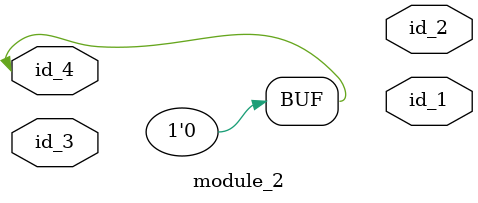
<source format=v>
module module_0;
  assign id_1[1 : 1] = 1;
endmodule
module module_1 (
    id_1,
    id_2,
    id_3,
    id_4,
    id_5,
    id_6,
    id_7,
    id_8,
    id_9,
    id_10
);
  inout wire id_10;
  inout wire id_9;
  input wire id_8;
  output wire id_7;
  inout wire id_6;
  input wire id_5;
  input wire id_4;
  inout wire id_3;
  inout wire id_2;
  inout wire id_1;
  module_0 modCall_1 ();
endmodule
module module_2 (
    id_1,
    id_2,
    id_3,
    id_4
);
  inout wire id_4;
  input wire id_3;
  output wire id_2;
  output wire id_1;
  assign id_4 = ~1;
  assign id_2[1] = 1'h0;
  module_0 modCall_1 ();
endmodule

</source>
